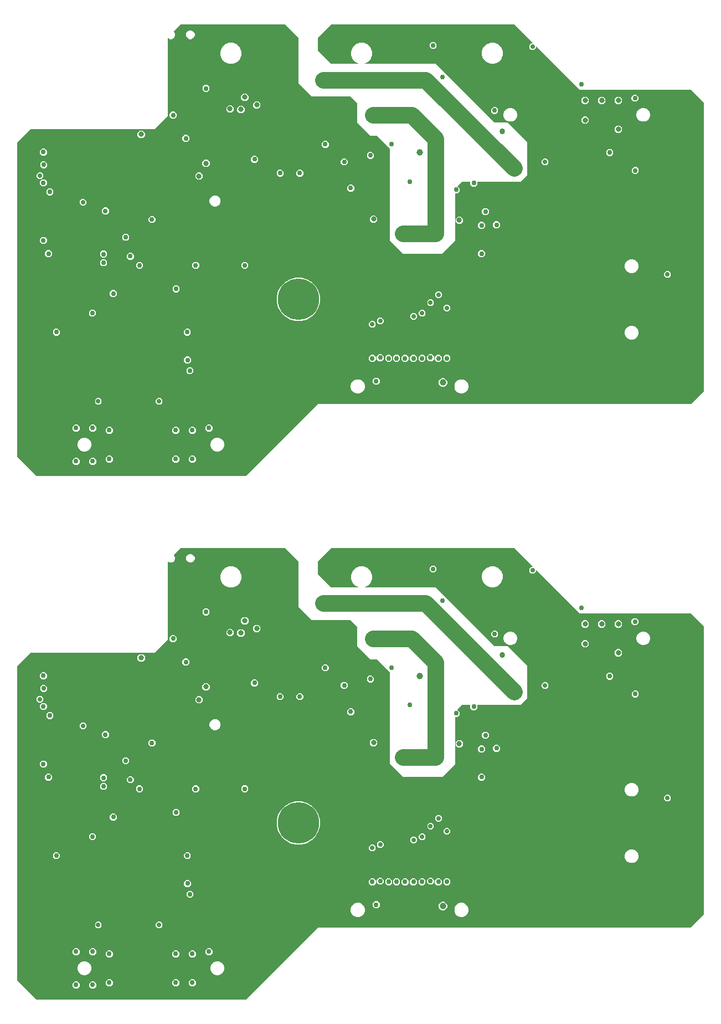
<source format=gbr>
G04 EAGLE Gerber RS-274X export*
G75*
%MOMM*%
%FSLAX34Y34*%
%LPD*%
%INLayer 2*%
%IPPOS*%
%AMOC8*
5,1,8,0,0,1.08239X$1,22.5*%
G01*
%ADD10C,0.756400*%
%ADD11C,0.706400*%
%ADD12C,0.806400*%
%ADD13C,1.006400*%
%ADD14C,0.856400*%
%ADD15C,1.056400*%
%ADD16C,2.540000*%
%ADD17C,0.304800*%
%ADD18C,0.508000*%
%ADD19C,0.254000*%
%ADD20C,6.316000*%

G36*
X471502Y914997D02*
X471502Y914997D01*
X471503Y914997D01*
X581502Y1024996D01*
X1151500Y1024996D01*
X1151502Y1024997D01*
X1151503Y1024997D01*
X1171503Y1044997D01*
X1171503Y1044998D01*
X1171503Y1044999D01*
X1171504Y1045000D01*
X1171504Y1485000D01*
X1171503Y1485002D01*
X1171503Y1485003D01*
X1151503Y1505003D01*
X1151501Y1505003D01*
X1151500Y1505004D01*
X981502Y1505004D01*
X914564Y1571942D01*
X914563Y1571942D01*
X914562Y1571943D01*
X914560Y1571942D01*
X914558Y1571942D01*
X914558Y1571940D01*
X914557Y1571939D01*
X914557Y1568905D01*
X911595Y1565943D01*
X907405Y1565943D01*
X904443Y1568905D01*
X904443Y1573095D01*
X907405Y1576057D01*
X910439Y1576057D01*
X910440Y1576058D01*
X910442Y1576058D01*
X910442Y1576059D01*
X910443Y1576060D01*
X910442Y1576062D01*
X910442Y1576064D01*
X881503Y1605003D01*
X881501Y1605003D01*
X881500Y1605004D01*
X601500Y1605004D01*
X601498Y1605003D01*
X601497Y1605003D01*
X581497Y1585003D01*
X581497Y1585001D01*
X581496Y1585000D01*
X581496Y1565000D01*
X581497Y1564998D01*
X581497Y1564997D01*
X601497Y1544997D01*
X601499Y1544997D01*
X601500Y1544996D01*
X644290Y1544996D01*
X644292Y1544997D01*
X644294Y1544998D01*
X644294Y1544999D01*
X644293Y1545001D01*
X644292Y1545004D01*
X639074Y1547165D01*
X634561Y1551678D01*
X632119Y1557573D01*
X632119Y1563955D01*
X634561Y1569850D01*
X639074Y1574363D01*
X644969Y1576805D01*
X651351Y1576805D01*
X657246Y1574363D01*
X661759Y1569850D01*
X664201Y1563955D01*
X664201Y1557573D01*
X661759Y1551678D01*
X657246Y1547165D01*
X652028Y1545004D01*
X652027Y1545002D01*
X652026Y1545001D01*
X652026Y1545000D01*
X652026Y1544999D01*
X652028Y1544998D01*
X652030Y1544996D01*
X761498Y1544996D01*
X851497Y1454997D01*
X851499Y1454997D01*
X851500Y1454996D01*
X871498Y1454996D01*
X901496Y1424998D01*
X901496Y1375002D01*
X891498Y1365004D01*
X824717Y1365004D01*
X824716Y1365003D01*
X824714Y1365003D01*
X824714Y1365002D01*
X824713Y1365001D01*
X824714Y1364999D01*
X824714Y1364997D01*
X824905Y1364806D01*
X824905Y1360410D01*
X821796Y1357301D01*
X817400Y1357301D01*
X814291Y1360410D01*
X814291Y1364806D01*
X814482Y1364997D01*
X814482Y1364998D01*
X814483Y1364999D01*
X814482Y1365001D01*
X814482Y1365003D01*
X814480Y1365003D01*
X814479Y1365004D01*
X801500Y1365004D01*
X801498Y1365003D01*
X801497Y1365003D01*
X794256Y1357762D01*
X794256Y1357761D01*
X794255Y1357760D01*
X794256Y1357758D01*
X794256Y1357756D01*
X794258Y1357756D01*
X794259Y1357755D01*
X794872Y1357755D01*
X797981Y1354646D01*
X797981Y1350250D01*
X794872Y1347141D01*
X791500Y1347141D01*
X791496Y1347138D01*
X791496Y1347137D01*
X791496Y1275002D01*
X771498Y1255004D01*
X711502Y1255004D01*
X691504Y1275002D01*
X691504Y1415000D01*
X691503Y1415002D01*
X691503Y1415003D01*
X671503Y1435003D01*
X671501Y1435003D01*
X671500Y1435004D01*
X661502Y1435004D01*
X641504Y1455002D01*
X641504Y1485000D01*
X641503Y1485002D01*
X641503Y1485003D01*
X631503Y1495003D01*
X631501Y1495003D01*
X631500Y1495004D01*
X571502Y1495004D01*
X551504Y1515002D01*
X551504Y1585000D01*
X551503Y1585002D01*
X551503Y1585003D01*
X531503Y1605003D01*
X531501Y1605003D01*
X531500Y1605004D01*
X371500Y1605004D01*
X371498Y1605003D01*
X371497Y1605003D01*
X360681Y1594187D01*
X360681Y1594186D01*
X360680Y1594185D01*
X360681Y1594183D01*
X360681Y1594181D01*
X361981Y1592881D01*
X362977Y1590477D01*
X362977Y1587875D01*
X361981Y1585471D01*
X360141Y1583631D01*
X357737Y1582635D01*
X355135Y1582635D01*
X352731Y1583631D01*
X351503Y1584859D01*
X351502Y1584859D01*
X351501Y1584860D01*
X351499Y1584859D01*
X351497Y1584859D01*
X351497Y1584857D01*
X351496Y1584856D01*
X351496Y1465002D01*
X331498Y1445004D01*
X141500Y1445004D01*
X141498Y1445003D01*
X141497Y1445003D01*
X121497Y1425003D01*
X121497Y1425002D01*
X121496Y1425001D01*
X121496Y1425000D01*
X121496Y945000D01*
X121497Y944998D01*
X121497Y944997D01*
X151497Y914997D01*
X151499Y914997D01*
X151500Y914996D01*
X471500Y914996D01*
X471502Y914997D01*
G37*
G36*
X471502Y114997D02*
X471502Y114997D01*
X471503Y114997D01*
X581502Y224996D01*
X1151500Y224996D01*
X1151502Y224997D01*
X1151503Y224997D01*
X1171503Y244997D01*
X1171503Y244998D01*
X1171503Y244999D01*
X1171504Y245000D01*
X1171504Y685000D01*
X1171503Y685002D01*
X1171503Y685003D01*
X1151503Y705003D01*
X1151501Y705003D01*
X1151500Y705004D01*
X981502Y705004D01*
X914564Y771942D01*
X914563Y771942D01*
X914562Y771943D01*
X914560Y771942D01*
X914558Y771942D01*
X914558Y771940D01*
X914557Y771939D01*
X914557Y768905D01*
X911595Y765943D01*
X907405Y765943D01*
X904443Y768905D01*
X904443Y773095D01*
X907405Y776057D01*
X910439Y776057D01*
X910440Y776058D01*
X910442Y776058D01*
X910442Y776059D01*
X910443Y776060D01*
X910442Y776062D01*
X910442Y776064D01*
X881503Y805003D01*
X881501Y805003D01*
X881500Y805004D01*
X601500Y805004D01*
X601498Y805003D01*
X601497Y805003D01*
X581497Y785003D01*
X581497Y785001D01*
X581496Y785000D01*
X581496Y765000D01*
X581497Y764998D01*
X581497Y764997D01*
X601497Y744997D01*
X601499Y744997D01*
X601500Y744996D01*
X644290Y744996D01*
X644292Y744997D01*
X644294Y744998D01*
X644294Y744999D01*
X644293Y745001D01*
X644292Y745004D01*
X639074Y747165D01*
X634561Y751678D01*
X632119Y757573D01*
X632119Y763955D01*
X634561Y769850D01*
X639074Y774363D01*
X644969Y776805D01*
X651351Y776805D01*
X657246Y774363D01*
X661759Y769850D01*
X664201Y763955D01*
X664201Y757573D01*
X661759Y751678D01*
X657246Y747165D01*
X652028Y745004D01*
X652027Y745002D01*
X652026Y745001D01*
X652026Y745000D01*
X652026Y744999D01*
X652028Y744998D01*
X652030Y744996D01*
X761498Y744996D01*
X851497Y654997D01*
X851499Y654997D01*
X851500Y654996D01*
X871498Y654996D01*
X901496Y624998D01*
X901496Y575002D01*
X891498Y565004D01*
X824717Y565004D01*
X824716Y565003D01*
X824714Y565003D01*
X824714Y565002D01*
X824713Y565001D01*
X824714Y564999D01*
X824714Y564997D01*
X824905Y564806D01*
X824905Y560410D01*
X821796Y557301D01*
X817400Y557301D01*
X814291Y560410D01*
X814291Y564806D01*
X814482Y564997D01*
X814482Y564998D01*
X814483Y564999D01*
X814482Y565001D01*
X814482Y565003D01*
X814480Y565003D01*
X814479Y565004D01*
X801500Y565004D01*
X801498Y565003D01*
X801497Y565003D01*
X794256Y557762D01*
X794256Y557761D01*
X794255Y557760D01*
X794256Y557758D01*
X794256Y557756D01*
X794258Y557756D01*
X794259Y557755D01*
X794872Y557755D01*
X797981Y554646D01*
X797981Y550250D01*
X794872Y547141D01*
X791500Y547141D01*
X791496Y547138D01*
X791496Y547137D01*
X791496Y475002D01*
X771498Y455004D01*
X711502Y455004D01*
X691504Y475002D01*
X691504Y615000D01*
X691503Y615002D01*
X691503Y615003D01*
X671503Y635003D01*
X671501Y635003D01*
X671500Y635004D01*
X661502Y635004D01*
X641504Y655002D01*
X641504Y685000D01*
X641503Y685002D01*
X641503Y685003D01*
X631503Y695003D01*
X631501Y695003D01*
X631500Y695004D01*
X571502Y695004D01*
X551504Y715002D01*
X551504Y785000D01*
X551503Y785002D01*
X551503Y785003D01*
X531503Y805003D01*
X531501Y805003D01*
X531500Y805004D01*
X371500Y805004D01*
X371498Y805003D01*
X371497Y805003D01*
X360681Y794187D01*
X360681Y794186D01*
X360680Y794185D01*
X360681Y794183D01*
X360681Y794181D01*
X361981Y792881D01*
X362977Y790477D01*
X362977Y787875D01*
X361981Y785471D01*
X360141Y783631D01*
X357737Y782635D01*
X355135Y782635D01*
X352731Y783631D01*
X351503Y784859D01*
X351502Y784859D01*
X351501Y784860D01*
X351499Y784859D01*
X351497Y784859D01*
X351497Y784857D01*
X351496Y784856D01*
X351496Y665002D01*
X331498Y645004D01*
X141500Y645004D01*
X141498Y645003D01*
X141497Y645003D01*
X121497Y625003D01*
X121497Y625002D01*
X121496Y625001D01*
X121496Y625000D01*
X121496Y145000D01*
X121497Y144998D01*
X121497Y144997D01*
X151497Y114997D01*
X151499Y114997D01*
X151500Y114996D01*
X471500Y114996D01*
X471502Y114997D01*
G37*
%LPC*%
G36*
X547142Y1151895D02*
X547142Y1151895D01*
X538722Y1154151D01*
X531173Y1158510D01*
X525010Y1164673D01*
X520651Y1172222D01*
X518395Y1180642D01*
X518395Y1189358D01*
X520651Y1197778D01*
X525010Y1205327D01*
X531173Y1211490D01*
X538722Y1215849D01*
X547142Y1218105D01*
X555858Y1218105D01*
X564278Y1215849D01*
X571827Y1211490D01*
X577990Y1205327D01*
X582349Y1197778D01*
X584605Y1189358D01*
X584605Y1180642D01*
X582349Y1172222D01*
X577990Y1164673D01*
X571827Y1158510D01*
X564278Y1154151D01*
X555858Y1151895D01*
X547142Y1151895D01*
G37*
%LPD*%
%LPC*%
G36*
X547142Y351895D02*
X547142Y351895D01*
X538722Y354151D01*
X531173Y358510D01*
X525010Y364673D01*
X520651Y372222D01*
X518395Y380642D01*
X518395Y389358D01*
X520651Y397778D01*
X525010Y405327D01*
X531173Y411490D01*
X538722Y415849D01*
X547142Y418105D01*
X555858Y418105D01*
X564278Y415849D01*
X571827Y411490D01*
X577990Y405327D01*
X582349Y397778D01*
X584605Y389358D01*
X584605Y380642D01*
X582349Y372222D01*
X577990Y364673D01*
X571827Y358510D01*
X564278Y354151D01*
X555858Y351895D01*
X547142Y351895D01*
G37*
%LPD*%
%LPC*%
G36*
X445009Y1544723D02*
X445009Y1544723D01*
X439114Y1547165D01*
X434601Y1551678D01*
X432159Y1557573D01*
X432159Y1563955D01*
X434601Y1569850D01*
X439114Y1574363D01*
X445009Y1576805D01*
X451391Y1576805D01*
X457286Y1574363D01*
X461799Y1569850D01*
X464241Y1563955D01*
X464241Y1557573D01*
X461799Y1551678D01*
X457286Y1547165D01*
X451391Y1544723D01*
X445009Y1544723D01*
G37*
%LPD*%
%LPC*%
G36*
X845009Y1545223D02*
X845009Y1545223D01*
X839114Y1547665D01*
X834601Y1552178D01*
X832159Y1558073D01*
X832159Y1564455D01*
X834601Y1570350D01*
X839114Y1574863D01*
X845009Y1577305D01*
X851391Y1577305D01*
X857286Y1574863D01*
X861799Y1570350D01*
X864241Y1564455D01*
X864241Y1558073D01*
X861799Y1552178D01*
X857286Y1547665D01*
X851391Y1545223D01*
X845009Y1545223D01*
G37*
%LPD*%
%LPC*%
G36*
X445009Y744723D02*
X445009Y744723D01*
X439114Y747165D01*
X434601Y751678D01*
X432159Y757573D01*
X432159Y763955D01*
X434601Y769850D01*
X439114Y774363D01*
X445009Y776805D01*
X451391Y776805D01*
X457286Y774363D01*
X461799Y769850D01*
X464241Y763955D01*
X464241Y757573D01*
X461799Y751678D01*
X457286Y747165D01*
X451391Y744723D01*
X445009Y744723D01*
G37*
%LPD*%
%LPC*%
G36*
X845009Y745223D02*
X845009Y745223D01*
X839114Y747665D01*
X834601Y752178D01*
X832159Y758073D01*
X832159Y764455D01*
X834601Y770350D01*
X839114Y774863D01*
X845009Y777305D01*
X851391Y777305D01*
X857286Y774863D01*
X861799Y770350D01*
X864241Y764455D01*
X864241Y758073D01*
X861799Y752178D01*
X857286Y747665D01*
X851391Y745223D01*
X845009Y745223D01*
G37*
%LPD*%
%LPC*%
G36*
X798604Y241209D02*
X798604Y241209D01*
X794638Y242852D01*
X791602Y245888D01*
X789959Y249854D01*
X789959Y254146D01*
X791602Y258112D01*
X794638Y261148D01*
X798604Y262791D01*
X802896Y262791D01*
X806862Y261148D01*
X809898Y258112D01*
X811541Y254146D01*
X811541Y249854D01*
X809898Y245888D01*
X806862Y242852D01*
X802896Y241209D01*
X798604Y241209D01*
G37*
%LPD*%
%LPC*%
G36*
X640104Y241209D02*
X640104Y241209D01*
X636138Y242852D01*
X633102Y245888D01*
X631459Y249854D01*
X631459Y254146D01*
X633102Y258112D01*
X636138Y261148D01*
X640104Y262791D01*
X644396Y262791D01*
X648362Y261148D01*
X651398Y258112D01*
X653041Y254146D01*
X653041Y249854D01*
X651398Y245888D01*
X648362Y242852D01*
X644396Y241209D01*
X640104Y241209D01*
G37*
%LPD*%
%LPC*%
G36*
X798604Y1041209D02*
X798604Y1041209D01*
X794638Y1042852D01*
X791602Y1045888D01*
X789959Y1049854D01*
X789959Y1054146D01*
X791602Y1058112D01*
X794638Y1061148D01*
X798604Y1062791D01*
X802896Y1062791D01*
X806862Y1061148D01*
X809898Y1058112D01*
X811541Y1054146D01*
X811541Y1049854D01*
X809898Y1045888D01*
X806862Y1042852D01*
X802896Y1041209D01*
X798604Y1041209D01*
G37*
%LPD*%
%LPC*%
G36*
X640104Y1041209D02*
X640104Y1041209D01*
X636138Y1042852D01*
X633102Y1045888D01*
X631459Y1049854D01*
X631459Y1054146D01*
X633102Y1058112D01*
X636138Y1061148D01*
X640104Y1062791D01*
X644396Y1062791D01*
X648362Y1061148D01*
X651398Y1058112D01*
X653041Y1054146D01*
X653041Y1049854D01*
X651398Y1045888D01*
X648362Y1042852D01*
X644396Y1041209D01*
X640104Y1041209D01*
G37*
%LPD*%
%LPC*%
G36*
X425323Y952559D02*
X425323Y952559D01*
X421486Y954149D01*
X418549Y957086D01*
X416959Y960923D01*
X416959Y965077D01*
X418549Y968914D01*
X421486Y971851D01*
X425323Y973441D01*
X429477Y973441D01*
X433314Y971851D01*
X436251Y968914D01*
X437841Y965077D01*
X437841Y960923D01*
X436251Y957086D01*
X433314Y954149D01*
X429477Y952559D01*
X425323Y952559D01*
G37*
%LPD*%
%LPC*%
G36*
X222123Y952559D02*
X222123Y952559D01*
X218286Y954149D01*
X215349Y957086D01*
X213759Y960923D01*
X213759Y965077D01*
X215349Y968914D01*
X218286Y971851D01*
X222123Y973441D01*
X226277Y973441D01*
X230114Y971851D01*
X233051Y968914D01*
X234641Y965077D01*
X234641Y960923D01*
X233051Y957086D01*
X230114Y954149D01*
X226277Y952559D01*
X222123Y952559D01*
G37*
%LPD*%
%LPC*%
G36*
X873523Y656559D02*
X873523Y656559D01*
X869686Y658149D01*
X866749Y661086D01*
X865159Y664923D01*
X865159Y669077D01*
X866749Y672914D01*
X869686Y675851D01*
X873523Y677441D01*
X877677Y677441D01*
X881514Y675851D01*
X884451Y672914D01*
X886041Y669077D01*
X886041Y664923D01*
X884451Y661086D01*
X881514Y658149D01*
X877677Y656559D01*
X873523Y656559D01*
G37*
%LPD*%
%LPC*%
G36*
X1076723Y1456559D02*
X1076723Y1456559D01*
X1072886Y1458149D01*
X1069949Y1461086D01*
X1068359Y1464923D01*
X1068359Y1469077D01*
X1069949Y1472914D01*
X1072886Y1475851D01*
X1076723Y1477441D01*
X1080877Y1477441D01*
X1084714Y1475851D01*
X1087651Y1472914D01*
X1089241Y1469077D01*
X1089241Y1464923D01*
X1087651Y1461086D01*
X1084714Y1458149D01*
X1080877Y1456559D01*
X1076723Y1456559D01*
G37*
%LPD*%
%LPC*%
G36*
X873523Y1456559D02*
X873523Y1456559D01*
X869686Y1458149D01*
X866749Y1461086D01*
X865159Y1464923D01*
X865159Y1469077D01*
X866749Y1472914D01*
X869686Y1475851D01*
X873523Y1477441D01*
X877677Y1477441D01*
X881514Y1475851D01*
X884451Y1472914D01*
X886041Y1469077D01*
X886041Y1464923D01*
X884451Y1461086D01*
X881514Y1458149D01*
X877677Y1456559D01*
X873523Y1456559D01*
G37*
%LPD*%
%LPC*%
G36*
X1059013Y1225359D02*
X1059013Y1225359D01*
X1055176Y1226949D01*
X1052239Y1229886D01*
X1050649Y1233723D01*
X1050649Y1237877D01*
X1052239Y1241714D01*
X1055176Y1244651D01*
X1059013Y1246241D01*
X1063167Y1246241D01*
X1067004Y1244651D01*
X1069941Y1241714D01*
X1071531Y1237877D01*
X1071531Y1233723D01*
X1069941Y1229886D01*
X1067004Y1226949D01*
X1063167Y1225359D01*
X1059013Y1225359D01*
G37*
%LPD*%
%LPC*%
G36*
X222123Y152559D02*
X222123Y152559D01*
X218286Y154149D01*
X215349Y157086D01*
X213759Y160923D01*
X213759Y165077D01*
X215349Y168914D01*
X218286Y171851D01*
X222123Y173441D01*
X226277Y173441D01*
X230114Y171851D01*
X233051Y168914D01*
X234641Y165077D01*
X234641Y160923D01*
X233051Y157086D01*
X230114Y154149D01*
X226277Y152559D01*
X222123Y152559D01*
G37*
%LPD*%
%LPC*%
G36*
X1059013Y1123759D02*
X1059013Y1123759D01*
X1055176Y1125349D01*
X1052239Y1128286D01*
X1050649Y1132123D01*
X1050649Y1136277D01*
X1052239Y1140114D01*
X1055176Y1143051D01*
X1059013Y1144641D01*
X1063167Y1144641D01*
X1067004Y1143051D01*
X1069941Y1140114D01*
X1071531Y1136277D01*
X1071531Y1132123D01*
X1069941Y1128286D01*
X1067004Y1125349D01*
X1063167Y1123759D01*
X1059013Y1123759D01*
G37*
%LPD*%
%LPC*%
G36*
X1076723Y656559D02*
X1076723Y656559D01*
X1072886Y658149D01*
X1069949Y661086D01*
X1068359Y664923D01*
X1068359Y669077D01*
X1069949Y672914D01*
X1072886Y675851D01*
X1076723Y677441D01*
X1080877Y677441D01*
X1084714Y675851D01*
X1087651Y672914D01*
X1089241Y669077D01*
X1089241Y664923D01*
X1087651Y661086D01*
X1084714Y658149D01*
X1080877Y656559D01*
X1076723Y656559D01*
G37*
%LPD*%
%LPC*%
G36*
X1059013Y425359D02*
X1059013Y425359D01*
X1055176Y426949D01*
X1052239Y429886D01*
X1050649Y433723D01*
X1050649Y437877D01*
X1052239Y441714D01*
X1055176Y444651D01*
X1059013Y446241D01*
X1063167Y446241D01*
X1067004Y444651D01*
X1069941Y441714D01*
X1071531Y437877D01*
X1071531Y433723D01*
X1069941Y429886D01*
X1067004Y426949D01*
X1063167Y425359D01*
X1059013Y425359D01*
G37*
%LPD*%
%LPC*%
G36*
X1059013Y323759D02*
X1059013Y323759D01*
X1055176Y325349D01*
X1052239Y328286D01*
X1050649Y332123D01*
X1050649Y336277D01*
X1052239Y340114D01*
X1055176Y343051D01*
X1059013Y344641D01*
X1063167Y344641D01*
X1067004Y343051D01*
X1069941Y340114D01*
X1071531Y336277D01*
X1071531Y332123D01*
X1069941Y328286D01*
X1067004Y325349D01*
X1063167Y323759D01*
X1059013Y323759D01*
G37*
%LPD*%
%LPC*%
G36*
X425323Y152559D02*
X425323Y152559D01*
X421486Y154149D01*
X418549Y157086D01*
X416959Y160923D01*
X416959Y165077D01*
X418549Y168914D01*
X421486Y171851D01*
X425323Y173441D01*
X429477Y173441D01*
X433314Y171851D01*
X436251Y168914D01*
X437841Y165077D01*
X437841Y160923D01*
X436251Y157086D01*
X433314Y154149D01*
X429477Y152559D01*
X425323Y152559D01*
G37*
%LPD*%
%LPC*%
G36*
X422313Y1326719D02*
X422313Y1326719D01*
X419174Y1328020D01*
X416772Y1330422D01*
X415471Y1333561D01*
X415471Y1336959D01*
X416772Y1340098D01*
X419174Y1342500D01*
X422313Y1343801D01*
X425711Y1343801D01*
X428850Y1342500D01*
X431252Y1340098D01*
X432553Y1336959D01*
X432553Y1333561D01*
X431252Y1330422D01*
X428850Y1328020D01*
X425711Y1326719D01*
X422313Y1326719D01*
G37*
%LPD*%
%LPC*%
G36*
X422313Y526719D02*
X422313Y526719D01*
X419174Y528020D01*
X416772Y530422D01*
X415471Y533561D01*
X415471Y536959D01*
X416772Y540098D01*
X419174Y542500D01*
X422313Y543801D01*
X425711Y543801D01*
X428850Y542500D01*
X431252Y540098D01*
X432553Y536959D01*
X432553Y533561D01*
X431252Y530422D01*
X428850Y528020D01*
X425711Y526719D01*
X422313Y526719D01*
G37*
%LPD*%
%LPC*%
G36*
X771196Y251443D02*
X771196Y251443D01*
X768786Y252441D01*
X766941Y254286D01*
X765943Y256696D01*
X765943Y259304D01*
X766941Y261714D01*
X768786Y263559D01*
X771196Y264557D01*
X773804Y264557D01*
X776214Y263559D01*
X778059Y261714D01*
X779057Y259304D01*
X779057Y256696D01*
X778059Y254286D01*
X776214Y252441D01*
X773804Y251443D01*
X771196Y251443D01*
G37*
%LPD*%
%LPC*%
G36*
X771196Y1051443D02*
X771196Y1051443D01*
X768786Y1052441D01*
X766941Y1054286D01*
X765943Y1056696D01*
X765943Y1059304D01*
X766941Y1061714D01*
X768786Y1063559D01*
X771196Y1064557D01*
X773804Y1064557D01*
X776214Y1063559D01*
X778059Y1061714D01*
X779057Y1059304D01*
X779057Y1056696D01*
X778059Y1054286D01*
X776214Y1052441D01*
X773804Y1051443D01*
X771196Y1051443D01*
G37*
%LPD*%
%LPC*%
G36*
X385135Y782635D02*
X385135Y782635D01*
X382731Y783631D01*
X380891Y785471D01*
X379895Y787875D01*
X379895Y790477D01*
X380891Y792881D01*
X382731Y794721D01*
X385135Y795717D01*
X387737Y795717D01*
X390141Y794721D01*
X391981Y792881D01*
X392977Y790477D01*
X392977Y787875D01*
X391981Y785471D01*
X390141Y783631D01*
X387737Y782635D01*
X385135Y782635D01*
G37*
%LPD*%
%LPC*%
G36*
X385135Y1582635D02*
X385135Y1582635D01*
X382731Y1583631D01*
X380891Y1585471D01*
X379895Y1587875D01*
X379895Y1590477D01*
X380891Y1592881D01*
X382731Y1594721D01*
X385135Y1595717D01*
X387737Y1595717D01*
X390141Y1594721D01*
X391981Y1592881D01*
X392977Y1590477D01*
X392977Y1587875D01*
X391981Y1585471D01*
X390141Y1583631D01*
X387737Y1582635D01*
X385135Y1582635D01*
G37*
%LPD*%
%LPC*%
G36*
X397274Y567663D02*
X397274Y567663D01*
X394019Y570918D01*
X394019Y575522D01*
X397274Y578777D01*
X401878Y578777D01*
X405133Y575522D01*
X405133Y570918D01*
X401878Y567663D01*
X397274Y567663D01*
G37*
%LPD*%
%LPC*%
G36*
X308882Y631671D02*
X308882Y631671D01*
X305627Y634926D01*
X305627Y639530D01*
X308882Y642785D01*
X313486Y642785D01*
X316741Y639530D01*
X316741Y634926D01*
X313486Y631671D01*
X308882Y631671D01*
G37*
%LPD*%
%LPC*%
G36*
X1038398Y639443D02*
X1038398Y639443D01*
X1035143Y642698D01*
X1035143Y647302D01*
X1038398Y650557D01*
X1043002Y650557D01*
X1046257Y647302D01*
X1046257Y642698D01*
X1043002Y639443D01*
X1038398Y639443D01*
G37*
%LPD*%
%LPC*%
G36*
X987598Y653159D02*
X987598Y653159D01*
X984343Y656414D01*
X984343Y661018D01*
X987598Y664273D01*
X992202Y664273D01*
X995457Y661018D01*
X995457Y656414D01*
X992202Y653159D01*
X987598Y653159D01*
G37*
%LPD*%
%LPC*%
G36*
X664198Y502131D02*
X664198Y502131D01*
X660943Y505386D01*
X660943Y509990D01*
X664198Y513245D01*
X668802Y513245D01*
X672057Y509990D01*
X672057Y505386D01*
X668802Y502131D01*
X664198Y502131D01*
G37*
%LPD*%
%LPC*%
G36*
X397274Y1367663D02*
X397274Y1367663D01*
X394019Y1370918D01*
X394019Y1375522D01*
X397274Y1378777D01*
X401878Y1378777D01*
X405133Y1375522D01*
X405133Y1370918D01*
X401878Y1367663D01*
X397274Y1367663D01*
G37*
%LPD*%
%LPC*%
G36*
X795198Y500443D02*
X795198Y500443D01*
X791943Y503698D01*
X791943Y508302D01*
X795198Y511557D01*
X799802Y511557D01*
X803057Y508302D01*
X803057Y503698D01*
X799802Y500443D01*
X795198Y500443D01*
G37*
%LPD*%
%LPC*%
G36*
X461282Y669771D02*
X461282Y669771D01*
X458027Y673026D01*
X458027Y677630D01*
X461282Y680885D01*
X465886Y680885D01*
X469141Y677630D01*
X469141Y673026D01*
X465886Y669771D01*
X461282Y669771D01*
G37*
%LPD*%
%LPC*%
G36*
X444518Y670501D02*
X444518Y670501D01*
X441263Y673756D01*
X441263Y678359D01*
X444518Y681614D01*
X449122Y681614D01*
X452377Y678359D01*
X452377Y673756D01*
X449122Y670501D01*
X444518Y670501D01*
G37*
%LPD*%
%LPC*%
G36*
X308882Y1431671D02*
X308882Y1431671D01*
X305627Y1434926D01*
X305627Y1439530D01*
X308882Y1442785D01*
X313486Y1442785D01*
X316741Y1439530D01*
X316741Y1434926D01*
X313486Y1431671D01*
X308882Y1431671D01*
G37*
%LPD*%
%LPC*%
G36*
X485666Y676617D02*
X485666Y676617D01*
X482411Y679872D01*
X482411Y684476D01*
X485666Y687731D01*
X490270Y687731D01*
X493525Y684476D01*
X493525Y679872D01*
X490270Y676617D01*
X485666Y676617D01*
G37*
%LPD*%
%LPC*%
G36*
X987598Y683443D02*
X987598Y683443D01*
X984343Y686698D01*
X984343Y691302D01*
X987598Y694557D01*
X992202Y694557D01*
X995457Y691302D01*
X995457Y686698D01*
X992202Y683443D01*
X987598Y683443D01*
G37*
%LPD*%
%LPC*%
G36*
X1012998Y683443D02*
X1012998Y683443D01*
X1009743Y686698D01*
X1009743Y691302D01*
X1012998Y694557D01*
X1017602Y694557D01*
X1020857Y691302D01*
X1020857Y686698D01*
X1017602Y683443D01*
X1012998Y683443D01*
G37*
%LPD*%
%LPC*%
G36*
X664198Y1302131D02*
X664198Y1302131D01*
X660943Y1305386D01*
X660943Y1309990D01*
X664198Y1313245D01*
X668802Y1313245D01*
X672057Y1309990D01*
X672057Y1305386D01*
X668802Y1302131D01*
X664198Y1302131D01*
G37*
%LPD*%
%LPC*%
G36*
X1038398Y683443D02*
X1038398Y683443D01*
X1035143Y686698D01*
X1035143Y691302D01*
X1038398Y694557D01*
X1043002Y694557D01*
X1046257Y691302D01*
X1046257Y686698D01*
X1043002Y683443D01*
X1038398Y683443D01*
G37*
%LPD*%
%LPC*%
G36*
X795198Y1300443D02*
X795198Y1300443D01*
X791943Y1303698D01*
X791943Y1308302D01*
X795198Y1311557D01*
X799802Y1311557D01*
X803057Y1308302D01*
X803057Y1303698D01*
X799802Y1300443D01*
X795198Y1300443D01*
G37*
%LPD*%
%LPC*%
G36*
X467198Y688443D02*
X467198Y688443D01*
X463943Y691698D01*
X463943Y696302D01*
X467198Y699557D01*
X471802Y699557D01*
X475057Y696302D01*
X475057Y691698D01*
X471802Y688443D01*
X467198Y688443D01*
G37*
%LPD*%
%LPC*%
G36*
X1038398Y1439443D02*
X1038398Y1439443D01*
X1035143Y1442698D01*
X1035143Y1447302D01*
X1038398Y1450557D01*
X1043002Y1450557D01*
X1046257Y1447302D01*
X1046257Y1442698D01*
X1043002Y1439443D01*
X1038398Y1439443D01*
G37*
%LPD*%
%LPC*%
G36*
X987598Y1453159D02*
X987598Y1453159D01*
X984343Y1456414D01*
X984343Y1461018D01*
X987598Y1464273D01*
X992202Y1464273D01*
X995457Y1461018D01*
X995457Y1456414D01*
X992202Y1453159D01*
X987598Y1453159D01*
G37*
%LPD*%
%LPC*%
G36*
X407942Y1387475D02*
X407942Y1387475D01*
X404687Y1390730D01*
X404687Y1395334D01*
X407942Y1398589D01*
X412546Y1398589D01*
X415801Y1395334D01*
X415801Y1390730D01*
X412546Y1387475D01*
X407942Y1387475D01*
G37*
%LPD*%
%LPC*%
G36*
X461282Y1469771D02*
X461282Y1469771D01*
X458027Y1473026D01*
X458027Y1477630D01*
X461282Y1480885D01*
X465886Y1480885D01*
X469141Y1477630D01*
X469141Y1473026D01*
X465886Y1469771D01*
X461282Y1469771D01*
G37*
%LPD*%
%LPC*%
G36*
X444518Y1470501D02*
X444518Y1470501D01*
X441263Y1473756D01*
X441263Y1478359D01*
X444518Y1481614D01*
X449122Y1481614D01*
X452377Y1478359D01*
X452377Y1473756D01*
X449122Y1470501D01*
X444518Y1470501D01*
G37*
%LPD*%
%LPC*%
G36*
X485666Y1476617D02*
X485666Y1476617D01*
X482411Y1479872D01*
X482411Y1484476D01*
X485666Y1487731D01*
X490270Y1487731D01*
X493525Y1484476D01*
X493525Y1479872D01*
X490270Y1476617D01*
X485666Y1476617D01*
G37*
%LPD*%
%LPC*%
G36*
X1038398Y1483443D02*
X1038398Y1483443D01*
X1035143Y1486698D01*
X1035143Y1491302D01*
X1038398Y1494557D01*
X1043002Y1494557D01*
X1046257Y1491302D01*
X1046257Y1486698D01*
X1043002Y1483443D01*
X1038398Y1483443D01*
G37*
%LPD*%
%LPC*%
G36*
X1012998Y1483443D02*
X1012998Y1483443D01*
X1009743Y1486698D01*
X1009743Y1491302D01*
X1012998Y1494557D01*
X1017602Y1494557D01*
X1020857Y1491302D01*
X1020857Y1486698D01*
X1017602Y1483443D01*
X1012998Y1483443D01*
G37*
%LPD*%
%LPC*%
G36*
X987598Y1483443D02*
X987598Y1483443D01*
X984343Y1486698D01*
X984343Y1491302D01*
X987598Y1494557D01*
X992202Y1494557D01*
X995457Y1491302D01*
X995457Y1486698D01*
X992202Y1483443D01*
X987598Y1483443D01*
G37*
%LPD*%
%LPC*%
G36*
X467198Y1488443D02*
X467198Y1488443D01*
X463943Y1491698D01*
X463943Y1496302D01*
X467198Y1499557D01*
X471802Y1499557D01*
X475057Y1496302D01*
X475057Y1491698D01*
X471802Y1488443D01*
X467198Y1488443D01*
G37*
%LPD*%
%LPC*%
G36*
X407942Y587475D02*
X407942Y587475D01*
X404687Y590730D01*
X404687Y595334D01*
X407942Y598589D01*
X412546Y598589D01*
X415801Y595334D01*
X415801Y590730D01*
X412546Y587475D01*
X407942Y587475D01*
G37*
%LPD*%
%LPC*%
G36*
X306302Y1231693D02*
X306302Y1231693D01*
X303193Y1234802D01*
X303193Y1239198D01*
X306302Y1242307D01*
X310698Y1242307D01*
X313807Y1239198D01*
X313807Y1234802D01*
X310698Y1231693D01*
X306302Y1231693D01*
G37*
%LPD*%
%LPC*%
G36*
X159755Y1385240D02*
X159755Y1385240D01*
X156647Y1388349D01*
X156647Y1392745D01*
X159755Y1395853D01*
X164151Y1395853D01*
X167260Y1392745D01*
X167260Y1388349D01*
X164151Y1385240D01*
X159755Y1385240D01*
G37*
%LPD*%
%LPC*%
G36*
X392302Y1231693D02*
X392302Y1231693D01*
X389193Y1234802D01*
X389193Y1239198D01*
X392302Y1242307D01*
X396698Y1242307D01*
X399807Y1239198D01*
X399807Y1234802D01*
X396698Y1231693D01*
X392302Y1231693D01*
G37*
%LPD*%
%LPC*%
G36*
X362302Y1195693D02*
X362302Y1195693D01*
X359193Y1198802D01*
X359193Y1203198D01*
X362302Y1206307D01*
X366698Y1206307D01*
X369807Y1203198D01*
X369807Y1198802D01*
X366698Y1195693D01*
X362302Y1195693D01*
G37*
%LPD*%
%LPC*%
G36*
X266302Y1188693D02*
X266302Y1188693D01*
X263193Y1191802D01*
X263193Y1196198D01*
X266302Y1199307D01*
X270698Y1199307D01*
X273807Y1196198D01*
X273807Y1191802D01*
X270698Y1188693D01*
X266302Y1188693D01*
G37*
%LPD*%
%LPC*%
G36*
X234702Y132293D02*
X234702Y132293D01*
X231593Y135402D01*
X231593Y139798D01*
X234702Y142907D01*
X239098Y142907D01*
X242207Y139798D01*
X242207Y135402D01*
X239098Y132293D01*
X234702Y132293D01*
G37*
%LPD*%
%LPC*%
G36*
X387102Y135693D02*
X387102Y135693D01*
X383993Y138802D01*
X383993Y143198D01*
X387102Y146307D01*
X391498Y146307D01*
X394607Y143198D01*
X394607Y138802D01*
X391498Y135693D01*
X387102Y135693D01*
G37*
%LPD*%
%LPC*%
G36*
X260102Y135693D02*
X260102Y135693D01*
X256993Y138802D01*
X256993Y143198D01*
X260102Y146307D01*
X264498Y146307D01*
X267607Y143198D01*
X267607Y138802D01*
X264498Y135693D01*
X260102Y135693D01*
G37*
%LPD*%
%LPC*%
G36*
X234302Y1158693D02*
X234302Y1158693D01*
X231193Y1161802D01*
X231193Y1166198D01*
X234302Y1169307D01*
X238698Y1169307D01*
X241807Y1166198D01*
X241807Y1161802D01*
X238698Y1158693D01*
X234302Y1158693D01*
G37*
%LPD*%
%LPC*%
G36*
X361702Y135693D02*
X361702Y135693D01*
X358593Y138802D01*
X358593Y143198D01*
X361702Y146307D01*
X366098Y146307D01*
X369207Y143198D01*
X369207Y138802D01*
X366098Y135693D01*
X361702Y135693D01*
G37*
%LPD*%
%LPC*%
G36*
X408046Y1502025D02*
X408046Y1502025D01*
X404937Y1505134D01*
X404937Y1509530D01*
X408046Y1512639D01*
X412442Y1512639D01*
X415551Y1509530D01*
X415551Y1505134D01*
X412442Y1502025D01*
X408046Y1502025D01*
G37*
%LPD*%
%LPC*%
G36*
X1063902Y1487093D02*
X1063902Y1487093D01*
X1060793Y1490202D01*
X1060793Y1494598D01*
X1063902Y1497707D01*
X1068298Y1497707D01*
X1071407Y1494598D01*
X1071407Y1490202D01*
X1068298Y1487093D01*
X1063902Y1487093D01*
G37*
%LPD*%
%LPC*%
G36*
X260102Y179693D02*
X260102Y179693D01*
X256993Y182802D01*
X256993Y187198D01*
X260102Y190307D01*
X264498Y190307D01*
X267607Y187198D01*
X267607Y182802D01*
X264498Y179693D01*
X260102Y179693D01*
G37*
%LPD*%
%LPC*%
G36*
X467302Y1231693D02*
X467302Y1231693D01*
X464193Y1234802D01*
X464193Y1239198D01*
X467302Y1242307D01*
X471698Y1242307D01*
X474807Y1239198D01*
X474807Y1234802D01*
X471698Y1231693D01*
X467302Y1231693D01*
G37*
%LPD*%
%LPC*%
G36*
X379302Y1129693D02*
X379302Y1129693D01*
X376193Y1132802D01*
X376193Y1137198D01*
X379302Y1140307D01*
X383698Y1140307D01*
X386807Y1137198D01*
X386807Y1132802D01*
X383698Y1129693D01*
X379302Y1129693D01*
G37*
%LPD*%
%LPC*%
G36*
X179302Y1129693D02*
X179302Y1129693D01*
X176193Y1132802D01*
X176193Y1137198D01*
X179302Y1140307D01*
X183698Y1140307D01*
X186807Y1137198D01*
X186807Y1132802D01*
X183698Y1129693D01*
X179302Y1129693D01*
G37*
%LPD*%
%LPC*%
G36*
X751302Y1090693D02*
X751302Y1090693D01*
X748193Y1093802D01*
X748193Y1098198D01*
X751302Y1101307D01*
X755698Y1101307D01*
X758807Y1098198D01*
X758807Y1093802D01*
X755698Y1090693D01*
X751302Y1090693D01*
G37*
%LPD*%
%LPC*%
G36*
X674302Y1090693D02*
X674302Y1090693D01*
X671193Y1093802D01*
X671193Y1098198D01*
X674302Y1101307D01*
X678698Y1101307D01*
X681807Y1098198D01*
X681807Y1093802D01*
X678698Y1090693D01*
X674302Y1090693D01*
G37*
%LPD*%
%LPC*%
G36*
X776302Y1089693D02*
X776302Y1089693D01*
X773193Y1092802D01*
X773193Y1097198D01*
X776302Y1100307D01*
X780698Y1100307D01*
X783807Y1097198D01*
X783807Y1092802D01*
X780698Y1089693D01*
X776302Y1089693D01*
G37*
%LPD*%
%LPC*%
G36*
X763302Y1089693D02*
X763302Y1089693D01*
X760193Y1092802D01*
X760193Y1097198D01*
X763302Y1100307D01*
X767698Y1100307D01*
X770807Y1097198D01*
X770807Y1092802D01*
X767698Y1089693D01*
X763302Y1089693D01*
G37*
%LPD*%
%LPC*%
G36*
X738302Y1089693D02*
X738302Y1089693D01*
X735193Y1092802D01*
X735193Y1097198D01*
X738302Y1100307D01*
X742698Y1100307D01*
X745807Y1097198D01*
X745807Y1092802D01*
X742698Y1089693D01*
X738302Y1089693D01*
G37*
%LPD*%
%LPC*%
G36*
X725302Y1089693D02*
X725302Y1089693D01*
X722193Y1092802D01*
X722193Y1097198D01*
X725302Y1100307D01*
X729698Y1100307D01*
X732807Y1097198D01*
X732807Y1092802D01*
X729698Y1089693D01*
X725302Y1089693D01*
G37*
%LPD*%
%LPC*%
G36*
X712302Y1089693D02*
X712302Y1089693D01*
X709193Y1092802D01*
X709193Y1097198D01*
X712302Y1100307D01*
X716698Y1100307D01*
X719807Y1097198D01*
X719807Y1092802D01*
X716698Y1089693D01*
X712302Y1089693D01*
G37*
%LPD*%
%LPC*%
G36*
X699302Y1089693D02*
X699302Y1089693D01*
X696193Y1092802D01*
X696193Y1097198D01*
X699302Y1100307D01*
X703698Y1100307D01*
X706807Y1097198D01*
X706807Y1092802D01*
X703698Y1089693D01*
X699302Y1089693D01*
G37*
%LPD*%
%LPC*%
G36*
X687302Y1089693D02*
X687302Y1089693D01*
X684193Y1092802D01*
X684193Y1097198D01*
X687302Y1100307D01*
X691698Y1100307D01*
X694807Y1097198D01*
X694807Y1092802D01*
X691698Y1089693D01*
X687302Y1089693D01*
G37*
%LPD*%
%LPC*%
G36*
X662302Y1089693D02*
X662302Y1089693D01*
X659193Y1092802D01*
X659193Y1097198D01*
X662302Y1100307D01*
X666698Y1100307D01*
X669807Y1097198D01*
X669807Y1092802D01*
X666698Y1089693D01*
X662302Y1089693D01*
G37*
%LPD*%
%LPC*%
G36*
X379728Y1087119D02*
X379728Y1087119D01*
X376619Y1090228D01*
X376619Y1094624D01*
X379728Y1097733D01*
X384124Y1097733D01*
X387233Y1094624D01*
X387233Y1090228D01*
X384124Y1087119D01*
X379728Y1087119D01*
G37*
%LPD*%
%LPC*%
G36*
X383302Y1070693D02*
X383302Y1070693D01*
X380193Y1073802D01*
X380193Y1078198D01*
X383302Y1081307D01*
X387698Y1081307D01*
X390807Y1078198D01*
X390807Y1073802D01*
X387698Y1070693D01*
X383302Y1070693D01*
G37*
%LPD*%
%LPC*%
G36*
X668302Y1054693D02*
X668302Y1054693D01*
X665193Y1057802D01*
X665193Y1062198D01*
X668302Y1065307D01*
X672698Y1065307D01*
X675807Y1062198D01*
X675807Y1057802D01*
X672698Y1054693D01*
X668302Y1054693D01*
G37*
%LPD*%
%LPC*%
G36*
X251302Y1235693D02*
X251302Y1235693D01*
X248193Y1238802D01*
X248193Y1243198D01*
X251302Y1246307D01*
X255698Y1246307D01*
X258807Y1243198D01*
X258807Y1238802D01*
X255698Y1235693D01*
X251302Y1235693D01*
G37*
%LPD*%
%LPC*%
G36*
X292302Y1245693D02*
X292302Y1245693D01*
X289193Y1248802D01*
X289193Y1253198D01*
X292302Y1256307D01*
X296698Y1256307D01*
X299807Y1253198D01*
X299807Y1248802D01*
X296698Y1245693D01*
X292302Y1245693D01*
G37*
%LPD*%
%LPC*%
G36*
X251302Y1248693D02*
X251302Y1248693D01*
X248193Y1251802D01*
X248193Y1256198D01*
X251302Y1259307D01*
X255698Y1259307D01*
X258807Y1256198D01*
X258807Y1251802D01*
X255698Y1248693D01*
X251302Y1248693D01*
G37*
%LPD*%
%LPC*%
G36*
X361702Y179693D02*
X361702Y179693D01*
X358593Y182802D01*
X358593Y187198D01*
X361702Y190307D01*
X366098Y190307D01*
X369207Y187198D01*
X369207Y182802D01*
X366098Y179693D01*
X361702Y179693D01*
G37*
%LPD*%
%LPC*%
G36*
X387102Y179693D02*
X387102Y179693D01*
X383993Y182802D01*
X383993Y187198D01*
X387102Y190307D01*
X391498Y190307D01*
X394607Y187198D01*
X394607Y182802D01*
X391498Y179693D01*
X387102Y179693D01*
G37*
%LPD*%
%LPC*%
G36*
X412502Y983093D02*
X412502Y983093D01*
X409393Y986202D01*
X409393Y990598D01*
X412502Y993707D01*
X416898Y993707D01*
X420007Y990598D01*
X420007Y986202D01*
X416898Y983093D01*
X412502Y983093D01*
G37*
%LPD*%
%LPC*%
G36*
X234702Y983093D02*
X234702Y983093D01*
X231593Y986202D01*
X231593Y990598D01*
X234702Y993707D01*
X239098Y993707D01*
X242207Y990598D01*
X242207Y986202D01*
X239098Y983093D01*
X234702Y983093D01*
G37*
%LPD*%
%LPC*%
G36*
X209302Y983093D02*
X209302Y983093D01*
X206193Y986202D01*
X206193Y990598D01*
X209302Y993707D01*
X213698Y993707D01*
X216807Y990598D01*
X216807Y986202D01*
X213698Y983093D01*
X209302Y983093D01*
G37*
%LPD*%
%LPC*%
G36*
X387102Y979693D02*
X387102Y979693D01*
X383993Y982802D01*
X383993Y987198D01*
X387102Y990307D01*
X391498Y990307D01*
X394607Y987198D01*
X394607Y982802D01*
X391498Y979693D01*
X387102Y979693D01*
G37*
%LPD*%
%LPC*%
G36*
X361702Y979693D02*
X361702Y979693D01*
X358593Y982802D01*
X358593Y987198D01*
X361702Y990307D01*
X366098Y990307D01*
X369207Y987198D01*
X369207Y982802D01*
X366098Y979693D01*
X361702Y979693D01*
G37*
%LPD*%
%LPC*%
G36*
X260102Y979693D02*
X260102Y979693D01*
X256993Y982802D01*
X256993Y987198D01*
X260102Y990307D01*
X264498Y990307D01*
X267607Y987198D01*
X267607Y982802D01*
X264498Y979693D01*
X260102Y979693D01*
G37*
%LPD*%
%LPC*%
G36*
X167302Y1249693D02*
X167302Y1249693D01*
X164193Y1252802D01*
X164193Y1257198D01*
X167302Y1260307D01*
X171698Y1260307D01*
X174807Y1257198D01*
X174807Y1252802D01*
X171698Y1249693D01*
X167302Y1249693D01*
G37*
%LPD*%
%LPC*%
G36*
X829302Y1249693D02*
X829302Y1249693D01*
X826193Y1252802D01*
X826193Y1257198D01*
X829302Y1260307D01*
X833698Y1260307D01*
X836807Y1257198D01*
X836807Y1252802D01*
X833698Y1249693D01*
X829302Y1249693D01*
G37*
%LPD*%
%LPC*%
G36*
X387102Y935693D02*
X387102Y935693D01*
X383993Y938802D01*
X383993Y943198D01*
X387102Y946307D01*
X391498Y946307D01*
X394607Y943198D01*
X394607Y938802D01*
X391498Y935693D01*
X387102Y935693D01*
G37*
%LPD*%
%LPC*%
G36*
X361702Y935693D02*
X361702Y935693D01*
X358593Y938802D01*
X358593Y943198D01*
X361702Y946307D01*
X366098Y946307D01*
X369207Y943198D01*
X369207Y938802D01*
X366098Y935693D01*
X361702Y935693D01*
G37*
%LPD*%
%LPC*%
G36*
X260102Y935693D02*
X260102Y935693D01*
X256993Y938802D01*
X256993Y943198D01*
X260102Y946307D01*
X264498Y946307D01*
X267607Y943198D01*
X267607Y938802D01*
X264498Y935693D01*
X260102Y935693D01*
G37*
%LPD*%
%LPC*%
G36*
X234702Y932293D02*
X234702Y932293D01*
X231593Y935402D01*
X231593Y939798D01*
X234702Y942907D01*
X239098Y942907D01*
X242207Y939798D01*
X242207Y935402D01*
X239098Y932293D01*
X234702Y932293D01*
G37*
%LPD*%
%LPC*%
G36*
X209302Y932293D02*
X209302Y932293D01*
X206193Y935402D01*
X206193Y939798D01*
X209302Y942907D01*
X213698Y942907D01*
X216807Y939798D01*
X216807Y935402D01*
X213698Y932293D01*
X209302Y932293D01*
G37*
%LPD*%
%LPC*%
G36*
X159302Y1269693D02*
X159302Y1269693D01*
X156193Y1272802D01*
X156193Y1277198D01*
X159302Y1280307D01*
X163698Y1280307D01*
X166807Y1277198D01*
X166807Y1272802D01*
X163698Y1269693D01*
X159302Y1269693D01*
G37*
%LPD*%
%LPC*%
G36*
X755302Y1567693D02*
X755302Y1567693D01*
X752193Y1570802D01*
X752193Y1575198D01*
X755302Y1578307D01*
X759698Y1578307D01*
X762807Y1575198D01*
X762807Y1570802D01*
X759698Y1567693D01*
X755302Y1567693D01*
G37*
%LPD*%
%LPC*%
G36*
X755302Y767693D02*
X755302Y767693D01*
X752193Y770802D01*
X752193Y775198D01*
X755302Y778307D01*
X759698Y778307D01*
X762807Y775198D01*
X762807Y770802D01*
X759698Y767693D01*
X755302Y767693D01*
G37*
%LPD*%
%LPC*%
G36*
X285302Y1274693D02*
X285302Y1274693D01*
X282193Y1277802D01*
X282193Y1282198D01*
X285302Y1285307D01*
X289698Y1285307D01*
X292807Y1282198D01*
X292807Y1277802D01*
X289698Y1274693D01*
X285302Y1274693D01*
G37*
%LPD*%
%LPC*%
G36*
X829302Y1292739D02*
X829302Y1292739D01*
X826193Y1295848D01*
X826193Y1300244D01*
X829302Y1303353D01*
X833698Y1303353D01*
X836807Y1300244D01*
X836807Y1295848D01*
X833698Y1292739D01*
X829302Y1292739D01*
G37*
%LPD*%
%LPC*%
G36*
X408046Y702025D02*
X408046Y702025D01*
X404937Y705134D01*
X404937Y709530D01*
X408046Y712639D01*
X412442Y712639D01*
X415551Y709530D01*
X415551Y705134D01*
X412442Y702025D01*
X408046Y702025D01*
G37*
%LPD*%
%LPC*%
G36*
X852302Y1293693D02*
X852302Y1293693D01*
X849193Y1296802D01*
X849193Y1301198D01*
X852302Y1304307D01*
X856698Y1304307D01*
X859807Y1301198D01*
X859807Y1296802D01*
X856698Y1293693D01*
X852302Y1293693D01*
G37*
%LPD*%
%LPC*%
G36*
X1063902Y687093D02*
X1063902Y687093D01*
X1060793Y690202D01*
X1060793Y694598D01*
X1063902Y697707D01*
X1068298Y697707D01*
X1071407Y694598D01*
X1071407Y690202D01*
X1068298Y687093D01*
X1063902Y687093D01*
G37*
%LPD*%
%LPC*%
G36*
X325302Y1301693D02*
X325302Y1301693D01*
X322193Y1304802D01*
X322193Y1309198D01*
X325302Y1312307D01*
X329698Y1312307D01*
X332807Y1309198D01*
X332807Y1304802D01*
X329698Y1301693D01*
X325302Y1301693D01*
G37*
%LPD*%
%LPC*%
G36*
X835302Y1313693D02*
X835302Y1313693D01*
X832193Y1316802D01*
X832193Y1321198D01*
X835302Y1324307D01*
X839698Y1324307D01*
X842807Y1321198D01*
X842807Y1316802D01*
X839698Y1313693D01*
X835302Y1313693D01*
G37*
%LPD*%
%LPC*%
G36*
X254302Y1314693D02*
X254302Y1314693D01*
X251193Y1317802D01*
X251193Y1322198D01*
X254302Y1325307D01*
X258698Y1325307D01*
X261807Y1322198D01*
X261807Y1317802D01*
X258698Y1314693D01*
X254302Y1314693D01*
G37*
%LPD*%
%LPC*%
G36*
X209302Y183093D02*
X209302Y183093D01*
X206193Y186202D01*
X206193Y190598D01*
X209302Y193707D01*
X213698Y193707D01*
X216807Y190598D01*
X216807Y186202D01*
X213698Y183093D01*
X209302Y183093D01*
G37*
%LPD*%
%LPC*%
G36*
X169302Y1343809D02*
X169302Y1343809D01*
X166193Y1346918D01*
X166193Y1351314D01*
X169302Y1354423D01*
X173698Y1354423D01*
X176807Y1351314D01*
X176807Y1346918D01*
X173698Y1343809D01*
X169302Y1343809D01*
G37*
%LPD*%
%LPC*%
G36*
X629302Y1349693D02*
X629302Y1349693D01*
X626193Y1352802D01*
X626193Y1357198D01*
X629302Y1360307D01*
X633698Y1360307D01*
X636807Y1357198D01*
X636807Y1352802D01*
X633698Y1349693D01*
X629302Y1349693D01*
G37*
%LPD*%
%LPC*%
G36*
X849302Y668351D02*
X849302Y668351D01*
X846193Y671460D01*
X846193Y675856D01*
X849302Y678965D01*
X853698Y678965D01*
X856807Y675856D01*
X856807Y671460D01*
X853698Y668351D01*
X849302Y668351D01*
G37*
%LPD*%
%LPC*%
G36*
X159403Y1357592D02*
X159403Y1357592D01*
X156294Y1360701D01*
X156294Y1365097D01*
X159403Y1368206D01*
X163799Y1368206D01*
X166908Y1365097D01*
X166908Y1360701D01*
X163799Y1357592D01*
X159403Y1357592D01*
G37*
%LPD*%
%LPC*%
G36*
X234702Y183093D02*
X234702Y183093D01*
X231593Y186202D01*
X231593Y190598D01*
X234702Y193707D01*
X239098Y193707D01*
X242207Y190598D01*
X242207Y186202D01*
X239098Y183093D01*
X234702Y183093D01*
G37*
%LPD*%
%LPC*%
G36*
X357684Y661312D02*
X357684Y661312D01*
X354575Y664420D01*
X354575Y668816D01*
X357684Y671925D01*
X362080Y671925D01*
X365188Y668816D01*
X365188Y664420D01*
X362080Y661312D01*
X357684Y661312D01*
G37*
%LPD*%
%LPC*%
G36*
X521302Y1372693D02*
X521302Y1372693D01*
X518193Y1375802D01*
X518193Y1380198D01*
X521302Y1383307D01*
X525698Y1383307D01*
X528807Y1380198D01*
X528807Y1375802D01*
X525698Y1372693D01*
X521302Y1372693D01*
G37*
%LPD*%
%LPC*%
G36*
X551302Y1372693D02*
X551302Y1372693D01*
X548193Y1375802D01*
X548193Y1380198D01*
X551302Y1383307D01*
X555698Y1383307D01*
X558807Y1380198D01*
X558807Y1375802D01*
X555698Y1372693D01*
X551302Y1372693D01*
G37*
%LPD*%
%LPC*%
G36*
X1064302Y1376693D02*
X1064302Y1376693D01*
X1061193Y1379802D01*
X1061193Y1384198D01*
X1064302Y1387307D01*
X1068698Y1387307D01*
X1071807Y1384198D01*
X1071807Y1379802D01*
X1068698Y1376693D01*
X1064302Y1376693D01*
G37*
%LPD*%
%LPC*%
G36*
X377302Y625693D02*
X377302Y625693D01*
X374193Y628802D01*
X374193Y633198D01*
X377302Y636307D01*
X381698Y636307D01*
X384807Y633198D01*
X384807Y628802D01*
X381698Y625693D01*
X377302Y625693D01*
G37*
%LPD*%
%LPC*%
G36*
X590302Y616693D02*
X590302Y616693D01*
X587193Y619802D01*
X587193Y624198D01*
X590302Y627307D01*
X594698Y627307D01*
X597807Y624198D01*
X597807Y619802D01*
X594698Y616693D01*
X590302Y616693D01*
G37*
%LPD*%
%LPC*%
G36*
X159302Y604693D02*
X159302Y604693D01*
X156193Y607802D01*
X156193Y612198D01*
X159302Y615307D01*
X163698Y615307D01*
X166807Y612198D01*
X166807Y607802D01*
X163698Y604693D01*
X159302Y604693D01*
G37*
%LPD*%
%LPC*%
G36*
X1025302Y603889D02*
X1025302Y603889D01*
X1022193Y606998D01*
X1022193Y611394D01*
X1025302Y614503D01*
X1029698Y614503D01*
X1032807Y611394D01*
X1032807Y606998D01*
X1029698Y603889D01*
X1025302Y603889D01*
G37*
%LPD*%
%LPC*%
G36*
X659302Y599693D02*
X659302Y599693D01*
X656193Y602802D01*
X656193Y607198D01*
X659302Y610307D01*
X663698Y610307D01*
X666807Y607198D01*
X666807Y602802D01*
X663698Y599693D01*
X659302Y599693D01*
G37*
%LPD*%
%LPC*%
G36*
X482302Y593693D02*
X482302Y593693D01*
X479193Y596802D01*
X479193Y601198D01*
X482302Y604307D01*
X486698Y604307D01*
X489807Y601198D01*
X489807Y596802D01*
X486698Y593693D01*
X482302Y593693D01*
G37*
%LPD*%
%LPC*%
G36*
X619302Y589693D02*
X619302Y589693D01*
X616193Y592802D01*
X616193Y597198D01*
X619302Y600307D01*
X623698Y600307D01*
X626807Y597198D01*
X626807Y592802D01*
X623698Y589693D01*
X619302Y589693D01*
G37*
%LPD*%
%LPC*%
G36*
X412502Y183093D02*
X412502Y183093D01*
X409393Y186202D01*
X409393Y190598D01*
X412502Y193707D01*
X416898Y193707D01*
X420007Y190598D01*
X420007Y186202D01*
X416898Y183093D01*
X412502Y183093D01*
G37*
%LPD*%
%LPC*%
G36*
X209302Y132293D02*
X209302Y132293D01*
X206193Y135402D01*
X206193Y139798D01*
X209302Y142907D01*
X213698Y142907D01*
X216807Y139798D01*
X216807Y135402D01*
X213698Y132293D01*
X209302Y132293D01*
G37*
%LPD*%
%LPC*%
G36*
X159755Y585240D02*
X159755Y585240D01*
X156647Y588349D01*
X156647Y592745D01*
X159755Y595853D01*
X164151Y595853D01*
X167260Y592745D01*
X167260Y588349D01*
X164151Y585240D01*
X159755Y585240D01*
G37*
%LPD*%
%LPC*%
G36*
X1064302Y576693D02*
X1064302Y576693D01*
X1061193Y579802D01*
X1061193Y584198D01*
X1064302Y587307D01*
X1068698Y587307D01*
X1071807Y584198D01*
X1071807Y579802D01*
X1068698Y576693D01*
X1064302Y576693D01*
G37*
%LPD*%
%LPC*%
G36*
X551302Y572693D02*
X551302Y572693D01*
X548193Y575802D01*
X548193Y580198D01*
X551302Y583307D01*
X555698Y583307D01*
X558807Y580198D01*
X558807Y575802D01*
X555698Y572693D01*
X551302Y572693D01*
G37*
%LPD*%
%LPC*%
G36*
X521302Y572693D02*
X521302Y572693D01*
X518193Y575802D01*
X518193Y580198D01*
X521302Y583307D01*
X525698Y583307D01*
X528807Y580198D01*
X528807Y575802D01*
X525698Y572693D01*
X521302Y572693D01*
G37*
%LPD*%
%LPC*%
G36*
X849302Y1468351D02*
X849302Y1468351D01*
X846193Y1471460D01*
X846193Y1475856D01*
X849302Y1478965D01*
X853698Y1478965D01*
X856807Y1475856D01*
X856807Y1471460D01*
X853698Y1468351D01*
X849302Y1468351D01*
G37*
%LPD*%
%LPC*%
G36*
X357684Y1461312D02*
X357684Y1461312D01*
X354575Y1464420D01*
X354575Y1468816D01*
X357684Y1471925D01*
X362080Y1471925D01*
X365188Y1468816D01*
X365188Y1464420D01*
X362080Y1461312D01*
X357684Y1461312D01*
G37*
%LPD*%
%LPC*%
G36*
X159403Y557592D02*
X159403Y557592D01*
X156294Y560701D01*
X156294Y565097D01*
X159403Y568206D01*
X163799Y568206D01*
X166908Y565097D01*
X166908Y560701D01*
X163799Y557592D01*
X159403Y557592D01*
G37*
%LPD*%
%LPC*%
G36*
X629302Y549693D02*
X629302Y549693D01*
X626193Y552802D01*
X626193Y557198D01*
X629302Y560307D01*
X633698Y560307D01*
X636807Y557198D01*
X636807Y552802D01*
X633698Y549693D01*
X629302Y549693D01*
G37*
%LPD*%
%LPC*%
G36*
X169302Y543809D02*
X169302Y543809D01*
X166193Y546918D01*
X166193Y551314D01*
X169302Y554423D01*
X173698Y554423D01*
X176807Y551314D01*
X176807Y546918D01*
X173698Y543809D01*
X169302Y543809D01*
G37*
%LPD*%
%LPC*%
G36*
X619302Y1389693D02*
X619302Y1389693D01*
X616193Y1392802D01*
X616193Y1397198D01*
X619302Y1400307D01*
X623698Y1400307D01*
X626807Y1397198D01*
X626807Y1392802D01*
X623698Y1389693D01*
X619302Y1389693D01*
G37*
%LPD*%
%LPC*%
G36*
X377302Y1425693D02*
X377302Y1425693D01*
X374193Y1428802D01*
X374193Y1433198D01*
X377302Y1436307D01*
X381698Y1436307D01*
X384807Y1433198D01*
X384807Y1428802D01*
X381698Y1425693D01*
X377302Y1425693D01*
G37*
%LPD*%
%LPC*%
G36*
X254302Y514693D02*
X254302Y514693D01*
X251193Y517802D01*
X251193Y522198D01*
X254302Y525307D01*
X258698Y525307D01*
X261807Y522198D01*
X261807Y517802D01*
X258698Y514693D01*
X254302Y514693D01*
G37*
%LPD*%
%LPC*%
G36*
X835302Y513693D02*
X835302Y513693D01*
X832193Y516802D01*
X832193Y521198D01*
X835302Y524307D01*
X839698Y524307D01*
X842807Y521198D01*
X842807Y516802D01*
X839698Y513693D01*
X835302Y513693D01*
G37*
%LPD*%
%LPC*%
G36*
X482302Y1393693D02*
X482302Y1393693D01*
X479193Y1396802D01*
X479193Y1401198D01*
X482302Y1404307D01*
X486698Y1404307D01*
X489807Y1401198D01*
X489807Y1396802D01*
X486698Y1393693D01*
X482302Y1393693D01*
G37*
%LPD*%
%LPC*%
G36*
X325302Y501693D02*
X325302Y501693D01*
X322193Y504802D01*
X322193Y509198D01*
X325302Y512307D01*
X329698Y512307D01*
X332807Y509198D01*
X332807Y504802D01*
X329698Y501693D01*
X325302Y501693D01*
G37*
%LPD*%
%LPC*%
G36*
X659302Y1399693D02*
X659302Y1399693D01*
X656193Y1402802D01*
X656193Y1407198D01*
X659302Y1410307D01*
X663698Y1410307D01*
X666807Y1407198D01*
X666807Y1402802D01*
X663698Y1399693D01*
X659302Y1399693D01*
G37*
%LPD*%
%LPC*%
G36*
X852302Y493693D02*
X852302Y493693D01*
X849193Y496802D01*
X849193Y501198D01*
X852302Y504307D01*
X856698Y504307D01*
X859807Y501198D01*
X859807Y496802D01*
X856698Y493693D01*
X852302Y493693D01*
G37*
%LPD*%
%LPC*%
G36*
X829302Y492739D02*
X829302Y492739D01*
X826193Y495848D01*
X826193Y500244D01*
X829302Y503353D01*
X833698Y503353D01*
X836807Y500244D01*
X836807Y495848D01*
X833698Y492739D01*
X829302Y492739D01*
G37*
%LPD*%
%LPC*%
G36*
X285302Y474693D02*
X285302Y474693D01*
X282193Y477802D01*
X282193Y482198D01*
X285302Y485307D01*
X289698Y485307D01*
X292807Y482198D01*
X292807Y477802D01*
X289698Y474693D01*
X285302Y474693D01*
G37*
%LPD*%
%LPC*%
G36*
X159302Y469693D02*
X159302Y469693D01*
X156193Y472802D01*
X156193Y477198D01*
X159302Y480307D01*
X163698Y480307D01*
X166807Y477198D01*
X166807Y472802D01*
X163698Y469693D01*
X159302Y469693D01*
G37*
%LPD*%
%LPC*%
G36*
X829302Y449693D02*
X829302Y449693D01*
X826193Y452802D01*
X826193Y457198D01*
X829302Y460307D01*
X833698Y460307D01*
X836807Y457198D01*
X836807Y452802D01*
X833698Y449693D01*
X829302Y449693D01*
G37*
%LPD*%
%LPC*%
G36*
X167302Y449693D02*
X167302Y449693D01*
X164193Y452802D01*
X164193Y457198D01*
X167302Y460307D01*
X171698Y460307D01*
X174807Y457198D01*
X174807Y452802D01*
X171698Y449693D01*
X167302Y449693D01*
G37*
%LPD*%
%LPC*%
G36*
X251302Y448693D02*
X251302Y448693D01*
X248193Y451802D01*
X248193Y456198D01*
X251302Y459307D01*
X255698Y459307D01*
X258807Y456198D01*
X258807Y451802D01*
X255698Y448693D01*
X251302Y448693D01*
G37*
%LPD*%
%LPC*%
G36*
X292302Y445693D02*
X292302Y445693D01*
X289193Y448802D01*
X289193Y453198D01*
X292302Y456307D01*
X296698Y456307D01*
X299807Y453198D01*
X299807Y448802D01*
X296698Y445693D01*
X292302Y445693D01*
G37*
%LPD*%
%LPC*%
G36*
X251302Y435693D02*
X251302Y435693D01*
X248193Y438802D01*
X248193Y443198D01*
X251302Y446307D01*
X255698Y446307D01*
X258807Y443198D01*
X258807Y438802D01*
X255698Y435693D01*
X251302Y435693D01*
G37*
%LPD*%
%LPC*%
G36*
X1025302Y1403889D02*
X1025302Y1403889D01*
X1022193Y1406998D01*
X1022193Y1411394D01*
X1025302Y1414503D01*
X1029698Y1414503D01*
X1032807Y1411394D01*
X1032807Y1406998D01*
X1029698Y1403889D01*
X1025302Y1403889D01*
G37*
%LPD*%
%LPC*%
G36*
X467302Y431693D02*
X467302Y431693D01*
X464193Y434802D01*
X464193Y439198D01*
X467302Y442307D01*
X471698Y442307D01*
X474807Y439198D01*
X474807Y434802D01*
X471698Y431693D01*
X467302Y431693D01*
G37*
%LPD*%
%LPC*%
G36*
X392302Y431693D02*
X392302Y431693D01*
X389193Y434802D01*
X389193Y439198D01*
X392302Y442307D01*
X396698Y442307D01*
X399807Y439198D01*
X399807Y434802D01*
X396698Y431693D01*
X392302Y431693D01*
G37*
%LPD*%
%LPC*%
G36*
X306302Y431693D02*
X306302Y431693D01*
X303193Y434802D01*
X303193Y439198D01*
X306302Y442307D01*
X310698Y442307D01*
X313807Y439198D01*
X313807Y434802D01*
X310698Y431693D01*
X306302Y431693D01*
G37*
%LPD*%
%LPC*%
G36*
X668302Y254693D02*
X668302Y254693D01*
X665193Y257802D01*
X665193Y262198D01*
X668302Y265307D01*
X672698Y265307D01*
X675807Y262198D01*
X675807Y257802D01*
X672698Y254693D01*
X668302Y254693D01*
G37*
%LPD*%
%LPC*%
G36*
X159302Y1404693D02*
X159302Y1404693D01*
X156193Y1407802D01*
X156193Y1412198D01*
X159302Y1415307D01*
X163698Y1415307D01*
X166807Y1412198D01*
X166807Y1407802D01*
X163698Y1404693D01*
X159302Y1404693D01*
G37*
%LPD*%
%LPC*%
G36*
X362302Y395693D02*
X362302Y395693D01*
X359193Y398802D01*
X359193Y403198D01*
X362302Y406307D01*
X366698Y406307D01*
X369807Y403198D01*
X369807Y398802D01*
X366698Y395693D01*
X362302Y395693D01*
G37*
%LPD*%
%LPC*%
G36*
X266302Y388693D02*
X266302Y388693D01*
X263193Y391802D01*
X263193Y396198D01*
X266302Y399307D01*
X270698Y399307D01*
X273807Y396198D01*
X273807Y391802D01*
X270698Y388693D01*
X266302Y388693D01*
G37*
%LPD*%
%LPC*%
G36*
X383302Y270693D02*
X383302Y270693D01*
X380193Y273802D01*
X380193Y278198D01*
X383302Y281307D01*
X387698Y281307D01*
X390807Y278198D01*
X390807Y273802D01*
X387698Y270693D01*
X383302Y270693D01*
G37*
%LPD*%
%LPC*%
G36*
X379728Y287119D02*
X379728Y287119D01*
X376619Y290228D01*
X376619Y294624D01*
X379728Y297733D01*
X384124Y297733D01*
X387233Y294624D01*
X387233Y290228D01*
X384124Y287119D01*
X379728Y287119D01*
G37*
%LPD*%
%LPC*%
G36*
X662302Y289693D02*
X662302Y289693D01*
X659193Y292802D01*
X659193Y297198D01*
X662302Y300307D01*
X666698Y300307D01*
X669807Y297198D01*
X669807Y292802D01*
X666698Y289693D01*
X662302Y289693D01*
G37*
%LPD*%
%LPC*%
G36*
X234302Y358693D02*
X234302Y358693D01*
X231193Y361802D01*
X231193Y366198D01*
X234302Y369307D01*
X238698Y369307D01*
X241807Y366198D01*
X241807Y361802D01*
X238698Y358693D01*
X234302Y358693D01*
G37*
%LPD*%
%LPC*%
G36*
X687302Y289693D02*
X687302Y289693D01*
X684193Y292802D01*
X684193Y297198D01*
X687302Y300307D01*
X691698Y300307D01*
X694807Y297198D01*
X694807Y292802D01*
X691698Y289693D01*
X687302Y289693D01*
G37*
%LPD*%
%LPC*%
G36*
X699302Y289693D02*
X699302Y289693D01*
X696193Y292802D01*
X696193Y297198D01*
X699302Y300307D01*
X703698Y300307D01*
X706807Y297198D01*
X706807Y292802D01*
X703698Y289693D01*
X699302Y289693D01*
G37*
%LPD*%
%LPC*%
G36*
X712302Y289693D02*
X712302Y289693D01*
X709193Y292802D01*
X709193Y297198D01*
X712302Y300307D01*
X716698Y300307D01*
X719807Y297198D01*
X719807Y292802D01*
X716698Y289693D01*
X712302Y289693D01*
G37*
%LPD*%
%LPC*%
G36*
X725302Y289693D02*
X725302Y289693D01*
X722193Y292802D01*
X722193Y297198D01*
X725302Y300307D01*
X729698Y300307D01*
X732807Y297198D01*
X732807Y292802D01*
X729698Y289693D01*
X725302Y289693D01*
G37*
%LPD*%
%LPC*%
G36*
X590302Y1416693D02*
X590302Y1416693D01*
X587193Y1419802D01*
X587193Y1424198D01*
X590302Y1427307D01*
X594698Y1427307D01*
X597807Y1424198D01*
X597807Y1419802D01*
X594698Y1416693D01*
X590302Y1416693D01*
G37*
%LPD*%
%LPC*%
G36*
X179302Y329693D02*
X179302Y329693D01*
X176193Y332802D01*
X176193Y337198D01*
X179302Y340307D01*
X183698Y340307D01*
X186807Y337198D01*
X186807Y332802D01*
X183698Y329693D01*
X179302Y329693D01*
G37*
%LPD*%
%LPC*%
G36*
X379302Y329693D02*
X379302Y329693D01*
X376193Y332802D01*
X376193Y337198D01*
X379302Y340307D01*
X383698Y340307D01*
X386807Y337198D01*
X386807Y332802D01*
X383698Y329693D01*
X379302Y329693D01*
G37*
%LPD*%
%LPC*%
G36*
X751302Y290693D02*
X751302Y290693D01*
X748193Y293802D01*
X748193Y298198D01*
X751302Y301307D01*
X755698Y301307D01*
X758807Y298198D01*
X758807Y293802D01*
X755698Y290693D01*
X751302Y290693D01*
G37*
%LPD*%
%LPC*%
G36*
X674302Y290693D02*
X674302Y290693D01*
X671193Y293802D01*
X671193Y298198D01*
X674302Y301307D01*
X678698Y301307D01*
X681807Y298198D01*
X681807Y293802D01*
X678698Y290693D01*
X674302Y290693D01*
G37*
%LPD*%
%LPC*%
G36*
X776302Y289693D02*
X776302Y289693D01*
X773193Y292802D01*
X773193Y297198D01*
X776302Y300307D01*
X780698Y300307D01*
X783807Y297198D01*
X783807Y292802D01*
X780698Y289693D01*
X776302Y289693D01*
G37*
%LPD*%
%LPC*%
G36*
X763302Y289693D02*
X763302Y289693D01*
X760193Y292802D01*
X760193Y297198D01*
X763302Y300307D01*
X767698Y300307D01*
X770807Y297198D01*
X770807Y292802D01*
X767698Y289693D01*
X763302Y289693D01*
G37*
%LPD*%
%LPC*%
G36*
X738302Y289693D02*
X738302Y289693D01*
X735193Y292802D01*
X735193Y297198D01*
X738302Y300307D01*
X742698Y300307D01*
X745807Y297198D01*
X745807Y292802D01*
X742698Y289693D01*
X738302Y289693D01*
G37*
%LPD*%
%LPC*%
G36*
X662405Y341781D02*
X662405Y341781D01*
X659443Y344743D01*
X659443Y348933D01*
X662405Y351895D01*
X666595Y351895D01*
X669557Y348933D01*
X669557Y344743D01*
X666595Y341781D01*
X662405Y341781D01*
G37*
%LPD*%
%LPC*%
G36*
X674405Y346761D02*
X674405Y346761D01*
X671443Y349723D01*
X671443Y353913D01*
X674405Y356875D01*
X678595Y356875D01*
X681557Y353913D01*
X681557Y349723D01*
X678595Y346761D01*
X674405Y346761D01*
G37*
%LPD*%
%LPC*%
G36*
X725405Y353943D02*
X725405Y353943D01*
X722443Y356905D01*
X722443Y361095D01*
X725405Y364057D01*
X729595Y364057D01*
X732557Y361095D01*
X732557Y356905D01*
X729595Y353943D01*
X725405Y353943D01*
G37*
%LPD*%
%LPC*%
G36*
X738405Y358627D02*
X738405Y358627D01*
X735443Y361589D01*
X735443Y365779D01*
X738405Y368741D01*
X742595Y368741D01*
X745557Y365779D01*
X745557Y361589D01*
X742595Y358627D01*
X738405Y358627D01*
G37*
%LPD*%
%LPC*%
G36*
X776405Y366943D02*
X776405Y366943D01*
X773443Y369905D01*
X773443Y374095D01*
X776405Y377057D01*
X780595Y377057D01*
X783557Y374095D01*
X783557Y369905D01*
X780595Y366943D01*
X776405Y366943D01*
G37*
%LPD*%
%LPC*%
G36*
X751405Y374943D02*
X751405Y374943D01*
X748443Y377905D01*
X748443Y382095D01*
X751405Y385057D01*
X755595Y385057D01*
X758557Y382095D01*
X758557Y377905D01*
X755595Y374943D01*
X751405Y374943D01*
G37*
%LPD*%
%LPC*%
G36*
X763405Y386943D02*
X763405Y386943D01*
X760443Y389905D01*
X760443Y394095D01*
X763405Y397057D01*
X767595Y397057D01*
X770557Y394095D01*
X770557Y389905D01*
X767595Y386943D01*
X763405Y386943D01*
G37*
%LPD*%
%LPC*%
G36*
X1113405Y417943D02*
X1113405Y417943D01*
X1110443Y420905D01*
X1110443Y425095D01*
X1113405Y428057D01*
X1117595Y428057D01*
X1120557Y425095D01*
X1120557Y420905D01*
X1117595Y417943D01*
X1113405Y417943D01*
G37*
%LPD*%
%LPC*%
G36*
X220079Y528270D02*
X220079Y528270D01*
X217117Y531232D01*
X217117Y535421D01*
X220079Y538383D01*
X224268Y538383D01*
X227230Y535421D01*
X227230Y531232D01*
X224268Y528270D01*
X220079Y528270D01*
G37*
%LPD*%
%LPC*%
G36*
X926405Y1389943D02*
X926405Y1389943D01*
X923443Y1392905D01*
X923443Y1397095D01*
X926405Y1400057D01*
X930595Y1400057D01*
X933557Y1397095D01*
X933557Y1392905D01*
X930595Y1389943D01*
X926405Y1389943D01*
G37*
%LPD*%
%LPC*%
G36*
X154405Y568943D02*
X154405Y568943D01*
X151443Y571905D01*
X151443Y576095D01*
X154405Y579057D01*
X158595Y579057D01*
X161557Y576095D01*
X161557Y571905D01*
X158595Y568943D01*
X154405Y568943D01*
G37*
%LPD*%
%LPC*%
G36*
X336405Y223943D02*
X336405Y223943D01*
X333443Y226905D01*
X333443Y231095D01*
X336405Y234057D01*
X340595Y234057D01*
X343557Y231095D01*
X343557Y226905D01*
X340595Y223943D01*
X336405Y223943D01*
G37*
%LPD*%
%LPC*%
G36*
X243405Y223943D02*
X243405Y223943D01*
X240443Y226905D01*
X240443Y231095D01*
X243405Y234057D01*
X247595Y234057D01*
X250557Y231095D01*
X250557Y226905D01*
X247595Y223943D01*
X243405Y223943D01*
G37*
%LPD*%
%LPC*%
G36*
X926405Y589943D02*
X926405Y589943D01*
X923443Y592905D01*
X923443Y597095D01*
X926405Y600057D01*
X930595Y600057D01*
X933557Y597095D01*
X933557Y592905D01*
X930595Y589943D01*
X926405Y589943D01*
G37*
%LPD*%
%LPC*%
G36*
X154405Y1368943D02*
X154405Y1368943D01*
X151443Y1371905D01*
X151443Y1376095D01*
X154405Y1379057D01*
X158595Y1379057D01*
X161557Y1376095D01*
X161557Y1371905D01*
X158595Y1368943D01*
X154405Y1368943D01*
G37*
%LPD*%
%LPC*%
G36*
X220079Y1328270D02*
X220079Y1328270D01*
X217117Y1331232D01*
X217117Y1335421D01*
X220079Y1338383D01*
X224268Y1338383D01*
X227230Y1335421D01*
X227230Y1331232D01*
X224268Y1328270D01*
X220079Y1328270D01*
G37*
%LPD*%
%LPC*%
G36*
X336405Y1023943D02*
X336405Y1023943D01*
X333443Y1026905D01*
X333443Y1031095D01*
X336405Y1034057D01*
X340595Y1034057D01*
X343557Y1031095D01*
X343557Y1026905D01*
X340595Y1023943D01*
X336405Y1023943D01*
G37*
%LPD*%
%LPC*%
G36*
X243405Y1023943D02*
X243405Y1023943D01*
X240443Y1026905D01*
X240443Y1031095D01*
X243405Y1034057D01*
X247595Y1034057D01*
X250557Y1031095D01*
X250557Y1026905D01*
X247595Y1023943D01*
X243405Y1023943D01*
G37*
%LPD*%
%LPC*%
G36*
X662405Y1141781D02*
X662405Y1141781D01*
X659443Y1144743D01*
X659443Y1148933D01*
X662405Y1151895D01*
X666595Y1151895D01*
X669557Y1148933D01*
X669557Y1144743D01*
X666595Y1141781D01*
X662405Y1141781D01*
G37*
%LPD*%
%LPC*%
G36*
X674405Y1146761D02*
X674405Y1146761D01*
X671443Y1149723D01*
X671443Y1153913D01*
X674405Y1156875D01*
X678595Y1156875D01*
X681557Y1153913D01*
X681557Y1149723D01*
X678595Y1146761D01*
X674405Y1146761D01*
G37*
%LPD*%
%LPC*%
G36*
X725405Y1153943D02*
X725405Y1153943D01*
X722443Y1156905D01*
X722443Y1161095D01*
X725405Y1164057D01*
X729595Y1164057D01*
X732557Y1161095D01*
X732557Y1156905D01*
X729595Y1153943D01*
X725405Y1153943D01*
G37*
%LPD*%
%LPC*%
G36*
X738405Y1158627D02*
X738405Y1158627D01*
X735443Y1161589D01*
X735443Y1165779D01*
X738405Y1168741D01*
X742595Y1168741D01*
X745557Y1165779D01*
X745557Y1161589D01*
X742595Y1158627D01*
X738405Y1158627D01*
G37*
%LPD*%
%LPC*%
G36*
X776405Y1166943D02*
X776405Y1166943D01*
X773443Y1169905D01*
X773443Y1174095D01*
X776405Y1177057D01*
X780595Y1177057D01*
X783557Y1174095D01*
X783557Y1169905D01*
X780595Y1166943D01*
X776405Y1166943D01*
G37*
%LPD*%
%LPC*%
G36*
X751405Y1174943D02*
X751405Y1174943D01*
X748443Y1177905D01*
X748443Y1182095D01*
X751405Y1185057D01*
X755595Y1185057D01*
X758557Y1182095D01*
X758557Y1177905D01*
X755595Y1174943D01*
X751405Y1174943D01*
G37*
%LPD*%
%LPC*%
G36*
X763405Y1186943D02*
X763405Y1186943D01*
X760443Y1189905D01*
X760443Y1194095D01*
X763405Y1197057D01*
X767595Y1197057D01*
X770557Y1194095D01*
X770557Y1189905D01*
X767595Y1186943D01*
X763405Y1186943D01*
G37*
%LPD*%
%LPC*%
G36*
X1113405Y1217943D02*
X1113405Y1217943D01*
X1110443Y1220905D01*
X1110443Y1225095D01*
X1113405Y1228057D01*
X1117595Y1228057D01*
X1120557Y1225095D01*
X1120557Y1220905D01*
X1117595Y1217943D01*
X1113405Y1217943D01*
G37*
%LPD*%
D10*
X262300Y185000D03*
X740500Y295000D03*
D11*
X740500Y363684D03*
D10*
X262300Y141000D03*
X727500Y295000D03*
D11*
X727500Y359000D03*
D10*
X792674Y552448D03*
X381926Y292426D03*
X819598Y562608D03*
X385500Y276000D03*
D12*
X989900Y658716D03*
X463584Y675328D03*
D10*
X181500Y335000D03*
X171500Y549116D03*
D12*
X1015300Y689000D03*
X487968Y682174D03*
D10*
X161500Y475000D03*
X161601Y562899D03*
X236900Y137600D03*
X753500Y296000D03*
D11*
X753500Y380000D03*
D10*
X236900Y188400D03*
X765500Y295000D03*
D11*
X765500Y392000D03*
D10*
X211500Y188400D03*
X778500Y295000D03*
D11*
X778500Y372000D03*
D10*
X414700Y188400D03*
X664500Y295000D03*
D11*
X664500Y346838D03*
D10*
X389300Y141000D03*
X676500Y296000D03*
D11*
X676500Y351818D03*
D10*
X389300Y185000D03*
X689500Y295000D03*
X363900Y141000D03*
X701500Y295000D03*
X363900Y185000D03*
X714500Y295000D03*
D13*
X737304Y609196D03*
X772500Y258000D03*
D10*
X1027500Y609196D03*
D11*
X245500Y229000D03*
X338500Y229000D03*
D10*
X379500Y631000D03*
X294500Y451000D03*
X287500Y480000D03*
X308500Y437000D03*
X327500Y507000D03*
X256500Y520000D03*
X253500Y454000D03*
X253500Y441000D03*
X169500Y455000D03*
X161500Y610000D03*
X359882Y666618D03*
X621500Y595000D03*
X661500Y605000D03*
X631500Y555000D03*
X721500Y565000D03*
X837500Y519000D03*
X831500Y498046D03*
X854500Y499000D03*
X484500Y599000D03*
X757500Y773000D03*
X771311Y724811D03*
X851500Y673658D03*
X469500Y437000D03*
X394500Y437000D03*
X236500Y364000D03*
X670500Y260000D03*
X523500Y578000D03*
X553500Y578000D03*
X268500Y394000D03*
X364500Y401000D03*
D11*
X1115500Y423000D03*
X909500Y771000D03*
D10*
X211500Y137600D03*
X592500Y622000D03*
X693500Y622000D03*
D12*
X311184Y637228D03*
D10*
X984172Y713428D03*
D12*
X1040700Y645000D03*
X399576Y573220D03*
D14*
X862900Y641600D03*
D12*
X410244Y593032D03*
X989900Y689000D03*
X989900Y689000D03*
X469500Y694000D03*
D10*
X381500Y335000D03*
X161953Y590547D03*
D11*
X928500Y595000D03*
D15*
X665500Y666380D03*
D16*
X725120Y666380D01*
X761500Y630000D02*
X761500Y485000D01*
X711500Y485000D01*
D15*
X711500Y485000D03*
D16*
X761500Y630000D02*
X725120Y666380D01*
D12*
X797500Y506000D03*
X666500Y507688D03*
D10*
X589500Y720000D03*
D16*
X746500Y720000D02*
X881500Y585000D01*
D15*
X881500Y585000D03*
D16*
X746500Y720000D02*
X589500Y720000D01*
D10*
X236500Y344000D03*
D17*
X237500Y345000D01*
X241500Y345000D01*
D10*
X371500Y766000D03*
X746500Y260000D03*
D18*
X751500Y265000D01*
D10*
X681500Y595000D03*
D13*
X621500Y665000D03*
D10*
X193500Y474950D03*
D19*
X191550Y474950D01*
X191500Y475000D01*
D10*
X301500Y515000D03*
D11*
X1093500Y466000D03*
D12*
X1040700Y689000D03*
X446820Y676057D03*
D11*
X156500Y574000D03*
X222174Y533326D03*
D10*
X1066100Y692400D03*
X410244Y707332D03*
X831500Y455000D03*
X1066500Y582000D03*
D20*
X551500Y385000D03*
D10*
X262300Y985000D03*
X740500Y1095000D03*
D11*
X740500Y1163684D03*
D10*
X262300Y941000D03*
X727500Y1095000D03*
D11*
X727500Y1159000D03*
D10*
X792674Y1352448D03*
X381926Y1092426D03*
X819598Y1362608D03*
X385500Y1076000D03*
D12*
X989900Y1458716D03*
X463584Y1475328D03*
D10*
X181500Y1135000D03*
X171500Y1349116D03*
D12*
X1015300Y1489000D03*
X487968Y1482174D03*
D10*
X161500Y1275000D03*
X161601Y1362899D03*
X236900Y937600D03*
X753500Y1096000D03*
D11*
X753500Y1180000D03*
D10*
X236900Y988400D03*
X765500Y1095000D03*
D11*
X765500Y1192000D03*
D10*
X211500Y988400D03*
X778500Y1095000D03*
D11*
X778500Y1172000D03*
D10*
X414700Y988400D03*
X664500Y1095000D03*
D11*
X664500Y1146838D03*
D10*
X389300Y941000D03*
X676500Y1096000D03*
D11*
X676500Y1151818D03*
D10*
X389300Y985000D03*
X689500Y1095000D03*
X363900Y941000D03*
X701500Y1095000D03*
X363900Y985000D03*
X714500Y1095000D03*
D13*
X737304Y1409196D03*
X772500Y1058000D03*
D10*
X1027500Y1409196D03*
D11*
X245500Y1029000D03*
X338500Y1029000D03*
D10*
X379500Y1431000D03*
X294500Y1251000D03*
X287500Y1280000D03*
X308500Y1237000D03*
X327500Y1307000D03*
X256500Y1320000D03*
X253500Y1254000D03*
X253500Y1241000D03*
X169500Y1255000D03*
X161500Y1410000D03*
X359882Y1466618D03*
X621500Y1395000D03*
X661500Y1405000D03*
X631500Y1355000D03*
X721500Y1365000D03*
X837500Y1319000D03*
X831500Y1298046D03*
X854500Y1299000D03*
X484500Y1399000D03*
X757500Y1573000D03*
X771311Y1524811D03*
X851500Y1473658D03*
X469500Y1237000D03*
X394500Y1237000D03*
X236500Y1164000D03*
X670500Y1060000D03*
X523500Y1378000D03*
X553500Y1378000D03*
X268500Y1194000D03*
X364500Y1201000D03*
D11*
X1115500Y1223000D03*
X909500Y1571000D03*
D10*
X211500Y937600D03*
X592500Y1422000D03*
X693500Y1422000D03*
D12*
X311184Y1437228D03*
D10*
X984172Y1513428D03*
D12*
X1040700Y1445000D03*
X399576Y1373220D03*
D14*
X862900Y1441600D03*
D12*
X410244Y1393032D03*
X989900Y1489000D03*
X989900Y1489000D03*
X469500Y1494000D03*
D10*
X381500Y1135000D03*
X161953Y1390547D03*
D11*
X928500Y1395000D03*
D15*
X665500Y1466380D03*
D16*
X725120Y1466380D01*
X761500Y1430000D02*
X761500Y1285000D01*
X711500Y1285000D01*
D15*
X711500Y1285000D03*
D16*
X761500Y1430000D02*
X725120Y1466380D01*
D12*
X797500Y1306000D03*
X666500Y1307688D03*
D10*
X589500Y1520000D03*
D16*
X746500Y1520000D02*
X881500Y1385000D01*
D15*
X881500Y1385000D03*
D16*
X746500Y1520000D02*
X589500Y1520000D01*
D10*
X236500Y1144000D03*
D17*
X237500Y1145000D01*
X241500Y1145000D01*
D10*
X371500Y1566000D03*
X746500Y1060000D03*
D18*
X751500Y1065000D01*
D10*
X681500Y1395000D03*
D13*
X621500Y1465000D03*
D10*
X193500Y1274950D03*
D19*
X191550Y1274950D01*
X191500Y1275000D01*
D10*
X301500Y1315000D03*
D11*
X1093500Y1266000D03*
D12*
X1040700Y1489000D03*
X446820Y1476057D03*
D11*
X156500Y1374000D03*
X222174Y1333326D03*
D10*
X1066100Y1492400D03*
X410244Y1507332D03*
X831500Y1255000D03*
X1066500Y1382000D03*
D20*
X551500Y1185000D03*
M02*

</source>
